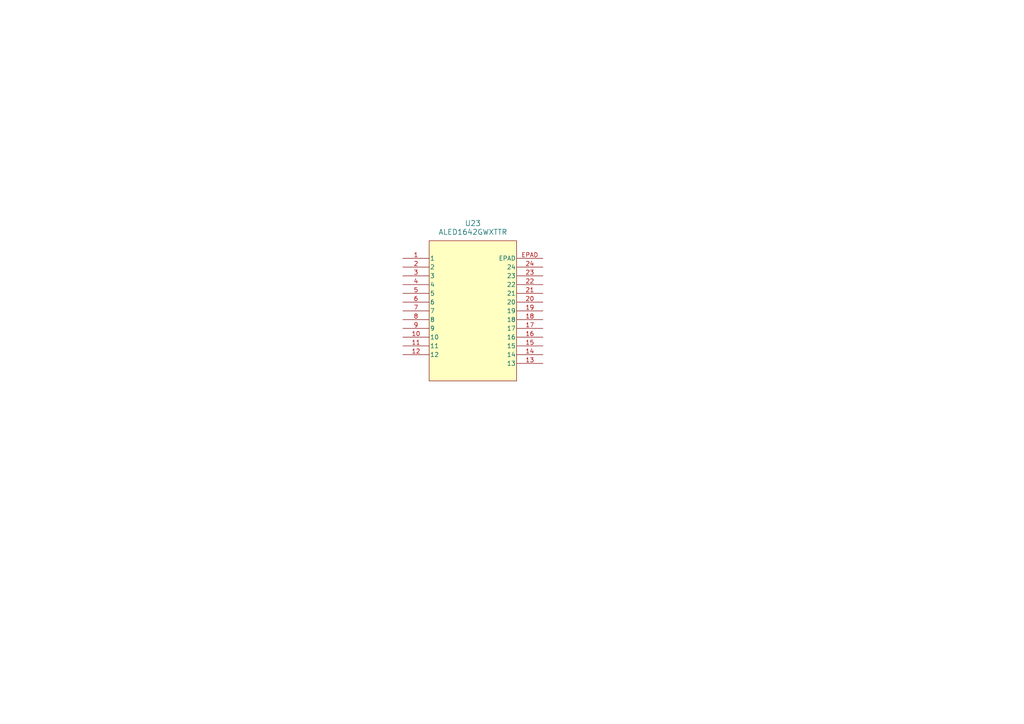
<source format=kicad_sch>
(kicad_sch (version 20231120) (generator "eeschema") (generator_version "8.0")
  (paper "A4")
  (title_block (title "HyperDrive Motor Controller") (rev "Mk. 1") (company "University of Alberta EcoCar Team"))
  (lib_symbols
    (symbol "ecocad_lib_symbols:ALED1642GWXTTR" (pin_names (offset 0.254))
      (property "Reference" "U" (at 20.32 10.16 0))
      (property "Value" "ALED1642GWXTTR" (at 20.32 7.62 0))
      (symbol "ALED1642GWXTTR_0_1"
        (pin unspecified line (at 0 0 0) (length 7.62) (name "1") (number "1"))
        (pin unspecified line (at 0 -22.86 0) (length 7.62) (name "10") (number "10"))
        (pin unspecified line (at 0 -25.4 0) (length 7.62) (name "11") (number "11"))
        (pin unspecified line (at 0 -27.94 0) (length 7.62) (name "12") (number "12"))
        (pin unspecified line (at 40.64 -30.48 180) (length 7.62) (name "13") (number "13"))
        (pin unspecified line (at 40.64 -27.94 180) (length 7.62) (name "14") (number "14"))
        (pin unspecified line (at 40.64 -25.4 180) (length 7.62) (name "15") (number "15"))
        (pin unspecified line (at 40.64 -22.86 180) (length 7.62) (name "16") (number "16"))
        (pin unspecified line (at 40.64 -20.32 180) (length 7.62) (name "17") (number "17"))
        (pin unspecified line (at 40.64 -17.78 180) (length 7.62) (name "18") (number "18"))
        (pin unspecified line (at 40.64 -15.24 180) (length 7.62) (name "19") (number "19"))
        (pin unspecified line (at 0 -2.54 0) (length 7.62) (name "2") (number "2"))
        (pin unspecified line (at 40.64 -12.7 180) (length 7.62) (name "20") (number "20"))
        (pin unspecified line (at 40.64 -10.16 180) (length 7.62) (name "21") (number "21"))
        (pin unspecified line (at 40.64 -7.62 180) (length 7.62) (name "22") (number "22"))
        (pin unspecified line (at 40.64 -5.08 180) (length 7.62) (name "23") (number "23"))
        (pin unspecified line (at 40.64 -2.54 180) (length 7.62) (name "24") (number "24"))
        (pin unspecified line (at 0 -5.08 0) (length 7.62) (name "3") (number "3"))
        (pin unspecified line (at 0 -7.62 0) (length 7.62) (name "4") (number "4"))
        (pin unspecified line (at 0 -10.16 0) (length 7.62) (name "5") (number "5"))
        (pin unspecified line (at 0 -12.7 0) (length 7.62) (name "6") (number "6"))
        (pin unspecified line (at 0 -15.24 0) (length 7.62) (name "7") (number "7"))
        (pin unspecified line (at 0 -17.78 0) (length 7.62) (name "8") (number "8"))
        (pin unspecified line (at 0 -20.32 0) (length 7.62) (name "9") (number "9"))
        (pin unspecified line (at 40.64 0 180) (length 7.62) (name "EPAD") (number "EPAD"))
      )
      (symbol "ALED1642GWXTTR_1_1"
        (rectangle (start 7.62 5.08) (end 33.02 -35.56) (fill (type background)))
      )
    )
  )
  (symbol (lib_id "ecocad_lib_symbols:ALED1642GWXTTR") (at 116.84 74.93 0) (unit 1)
    (property "Reference" "U23" (at 137.16 64.77 0) (effects (font (size 1.524 1.524))))
    (property "Value" "ALED1642GWXTTR" (at 137.16 67.31 0) (effects (font (size 1.524 1.524))))
    (property "Footprint" "TSSOP24_Exposed-pad_STM" (effects (hide yes)))
    (property "Datasheet" "ALED1642GWXTTR" (effects (hide yes)))
  )
)
</source>
